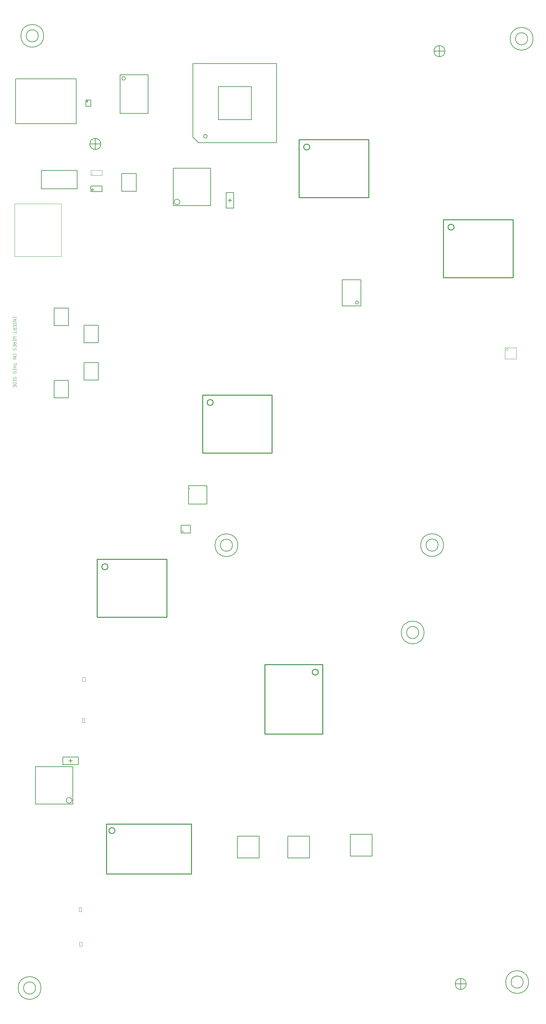
<source format=gm1>
G04*
G04 #@! TF.GenerationSoftware,Altium Limited,Altium Designer,22.11.1 (43)*
G04*
G04 Layer_Color=16711935*
%FSLAX44Y44*%
%MOMM*%
G71*
G04*
G04 #@! TF.SameCoordinates,53296E8D-2C6D-437B-9D4A-58ED0EF3D4B0*
G04*
G04*
G04 #@! TF.FilePolarity,Positive*
G04*
G01*
G75*
%ADD10C,0.2000*%
%ADD11C,0.2540*%
%ADD13C,0.2500*%
%ADD14C,0.1270*%
%ADD17C,0.1524*%
%ADD18C,0.1750*%
%ADD190C,0.1016*%
%ADD231C,0.1000*%
%ADD232C,0.0650*%
D10*
X605843Y2193225D02*
Y2198226D01*
X600843D02*
X605843D01*
X610843D01*
X605843D02*
Y2203228D01*
X595593Y2219476D02*
X616093D01*
X595593Y2176976D02*
Y2219476D01*
Y2176976D02*
X616093D01*
Y2219476D01*
X151343Y685139D02*
X193843D01*
Y664639D02*
Y685139D01*
X151343Y664639D02*
X193843D01*
X151343D02*
Y685139D01*
X167592Y674889D02*
X172593D01*
Y679889D01*
Y669889D02*
Y674889D01*
X177595D01*
D11*
X846242Y915676D02*
G03*
X846242Y915676I-8132J0D01*
G01*
X822912Y2342789D02*
G03*
X822912Y2342789I-8132J0D01*
G01*
X1215837Y2125093D02*
G03*
X1215837Y2125093I-8132J0D01*
G01*
X273673Y1202054D02*
G03*
X273673Y1202054I-8132J0D01*
G01*
X560205Y1648483D02*
G03*
X560205Y1648483I-8132J0D01*
G01*
X478196Y1298310D02*
G03*
X478196Y1298310I-790J0D01*
G01*
X292813Y485033D02*
G03*
X292813Y485033I-8132J0D01*
G01*
X700950Y936631D02*
X858430D01*
X700950Y747401D02*
Y936631D01*
Y747401D02*
X858430D01*
Y936631D01*
X793825Y2363109D02*
X983055D01*
Y2205629D02*
Y2363109D01*
X793825Y2205629D02*
X983055D01*
X793825D02*
Y2363109D01*
X1186750Y1987933D02*
Y2145413D01*
Y1987933D02*
X1375981D01*
Y2145413D01*
X1186750D02*
X1375981D01*
X244586Y1064894D02*
Y1222374D01*
Y1064894D02*
X433816D01*
Y1222374D01*
X244586D02*
X433816D01*
X531118Y1668803D02*
X720348D01*
Y1511323D02*
Y1668803D01*
X531118Y1511323D02*
X720348D01*
X531118D02*
Y1668803D01*
X269950Y367304D02*
Y503194D01*
X501090D01*
X269950Y367304D02*
X501090D01*
Y503194D01*
D13*
X232486Y2269100D02*
G03*
X232486Y2269100I-417J0D01*
G01*
D14*
X1172565Y1261027D02*
G03*
X1172565Y1261027I-16500J0D01*
G01*
X1187065D02*
G03*
X1187065Y1261027I-31000J0D01*
G01*
X1119640Y1023435D02*
G03*
X1119640Y1023435I-16500J0D01*
G01*
X1134140D02*
G03*
X1134140Y1023435I-31000J0D01*
G01*
X612803Y1260698D02*
G03*
X612803Y1260698I-16500J0D01*
G01*
X627303D02*
G03*
X627303Y1260698I-31000J0D01*
G01*
X955862Y1920176D02*
G03*
X955862Y1920176I-4243J0D01*
G01*
X77088Y57350D02*
G03*
X77088Y57350I-16500J0D01*
G01*
X91588D02*
G03*
X91588Y57350I-31000J0D01*
G01*
X1404052Y73434D02*
G03*
X1404052Y73434I-16500J0D01*
G01*
X1418552D02*
G03*
X1418552Y73434I-31000J0D01*
G01*
X1416040Y2637025D02*
G03*
X1416040Y2637025I-16500J0D01*
G01*
X1430540D02*
G03*
X1430540Y2637025I-31000J0D01*
G01*
X84520Y2645049D02*
G03*
X84520Y2645049I-16500J0D01*
G01*
X99020D02*
G03*
X99020Y2645049I-31000J0D01*
G01*
X234381Y2226612D02*
G03*
X234381Y2226612I-2470J0D01*
G01*
X544200Y2372169D02*
G03*
X544200Y2372169I-5000J0D01*
G01*
X1248880Y68354D02*
G03*
X1248880Y68354I-15000J0D01*
G01*
X254487Y2351209D02*
G03*
X254487Y2351209I-15000J0D01*
G01*
X1191020Y2603500D02*
G03*
X1191020Y2603500I-15000J0D01*
G01*
X219457Y2466741D02*
G03*
X219457Y2466741I-1832J0D01*
G01*
X321636Y2529550D02*
G03*
X321636Y2529550I-5006J0D01*
G01*
X625800Y410319D02*
X685800D01*
X625800Y470319D02*
X685800D01*
Y410319D02*
Y470319D01*
X625800Y410319D02*
Y470319D01*
X492910Y1372559D02*
Y1413809D01*
X495410Y1415059D01*
X492910Y1416309D02*
X495410Y1415059D01*
X492910Y1416309D02*
Y1422559D01*
X542910D01*
Y1372559D02*
Y1422559D01*
X492910Y1372559D02*
X542910D01*
X962020Y1910616D02*
Y1981736D01*
X911220Y1910616D02*
Y1981736D01*
X962020D01*
X911220Y1910616D02*
X962020D01*
X257736Y2221340D02*
Y2237341D01*
X227736Y2221340D02*
Y2237341D01*
X257736D01*
X227736Y2221340D02*
X257736D01*
X505400Y2569669D02*
X733000D01*
Y2354669D02*
Y2569669D01*
X505400Y2369669D02*
Y2569669D01*
Y2369669D02*
X520400Y2354669D01*
Y2354669D02*
X733000Y2354669D01*
X574200Y2507169D02*
X664200D01*
Y2417169D02*
Y2507169D01*
X574200Y2417169D02*
X664200D01*
X574200D02*
Y2507169D01*
X247740Y1811039D02*
Y1858539D01*
X208340Y1811039D02*
Y1858539D01*
X247740D01*
X208340Y1811039D02*
X247740D01*
X208340Y1709439D02*
Y1756939D01*
X247740Y1709439D02*
Y1756939D01*
X208340Y1709439D02*
X247740D01*
X208340Y1756939D02*
X247740D01*
X1218880Y68354D02*
X1248880D01*
X1233880Y53355D02*
Y83354D01*
X224487Y2351209D02*
X254487D01*
X239487Y2336209D02*
Y2366209D01*
X1161020Y2603500D02*
X1191020D01*
X1176020Y2588500D02*
Y2618500D01*
X22260Y2405999D02*
X187260D01*
Y2528499D01*
X22260D02*
X187260D01*
X22260Y2405999D02*
Y2528499D01*
X92364Y2279487D02*
X189900D01*
Y2229195D02*
Y2279487D01*
X92364Y2229195D02*
X189900D01*
X92364D02*
Y2279487D01*
X127060Y1708679D02*
X166460D01*
X127060Y1661179D02*
X166460D01*
Y1708679D01*
X127060Y1661179D02*
Y1708679D01*
X127060Y1857839D02*
X166460D01*
X127060Y1905339D02*
X166460D01*
X127060Y1857839D02*
Y1905339D01*
X166460Y1857839D02*
Y1905339D01*
X213920Y2453669D02*
X226920D01*
X213920Y2470669D02*
X226920D01*
Y2453669D02*
Y2470669D01*
X213920Y2453669D02*
Y2470669D01*
X311480Y2222956D02*
X350880D01*
X311480Y2270456D02*
X350880D01*
X311480Y2222956D02*
Y2270456D01*
X350880Y2222956D02*
Y2270456D01*
X306880Y2539050D02*
X382880D01*
Y2434050D02*
Y2539050D01*
X306880Y2434050D02*
X382880D01*
X306880D02*
Y2539050D01*
X762960Y410319D02*
Y470319D01*
X822960Y410319D02*
Y470319D01*
X762960D02*
X822960D01*
X762960Y410319D02*
X822960D01*
X933140Y415409D02*
X993140D01*
X933140Y475409D02*
X993140D01*
Y415409D02*
Y475409D01*
X933140Y415409D02*
Y475409D01*
D17*
X472906Y1314560D02*
X498405D01*
X472906Y1294060D02*
X498405D01*
Y1314560D01*
X472906Y1294060D02*
Y1314560D01*
D18*
X469340Y2193592D02*
G03*
X469340Y2193592I-7620J0D01*
G01*
X175760Y567329D02*
G03*
X175760Y567329I-7620J0D01*
G01*
X451560Y2285032D02*
X553160D01*
Y2183432D02*
Y2285032D01*
X451560Y2183432D02*
X553160D01*
X451560D02*
Y2285032D01*
X76700Y557169D02*
Y658769D01*
X178300D01*
Y557169D02*
Y658769D01*
X76700Y557169D02*
X178300D01*
D190*
X24017Y1881589D02*
Y1878923D01*
Y1880256D01*
X16020D01*
Y1881589D01*
Y1878923D01*
Y1874924D02*
X24017D01*
X16020Y1869593D01*
X24017D01*
X22684Y1861595D02*
X24017Y1862928D01*
Y1865594D01*
X22684Y1866927D01*
X21351D01*
X20018Y1865594D01*
Y1862928D01*
X18685Y1861595D01*
X17352D01*
X16020Y1862928D01*
Y1865594D01*
X17352Y1866927D01*
X24017Y1853598D02*
Y1858929D01*
X16020D01*
Y1853598D01*
X20018Y1858929D02*
Y1856263D01*
X16020Y1850932D02*
X24017D01*
Y1846933D01*
X22684Y1845600D01*
X20018D01*
X18685Y1846933D01*
Y1850932D01*
Y1848266D02*
X16020Y1845600D01*
X24017Y1842935D02*
Y1837603D01*
Y1840269D01*
X16020D01*
X24017Y1826940D02*
X16020D01*
X18685Y1824274D01*
X16020Y1821608D01*
X24017D01*
Y1818942D02*
Y1816277D01*
Y1817609D01*
X16020D01*
Y1818942D01*
Y1816277D01*
Y1812278D02*
X24017D01*
Y1808279D01*
X22684Y1806946D01*
X20018D01*
X18685Y1808279D01*
Y1812278D01*
Y1809612D02*
X16020Y1806946D01*
X24017Y1798949D02*
Y1804280D01*
X16020D01*
Y1798949D01*
X20018Y1804280D02*
Y1801615D01*
X22684Y1790951D02*
X24017Y1792284D01*
Y1794950D01*
X22684Y1796283D01*
X21351D01*
X20018Y1794950D01*
Y1792284D01*
X18685Y1790951D01*
X17352D01*
X16020Y1792284D01*
Y1794950D01*
X17352Y1796283D01*
X24017Y1776289D02*
Y1778955D01*
X22684Y1780288D01*
X17352D01*
X16020Y1778955D01*
Y1776289D01*
X17352Y1774956D01*
X22684D01*
X24017Y1776289D01*
X16020Y1772291D02*
X24017D01*
X16020Y1766959D01*
X24017D01*
Y1756296D02*
Y1750964D01*
Y1753630D01*
X16020D01*
X24017Y1748298D02*
X16020D01*
X20018D01*
Y1742967D01*
X24017D01*
X16020D01*
X24017Y1740301D02*
Y1737635D01*
Y1738968D01*
X16020D01*
Y1740301D01*
Y1737635D01*
X22684Y1728305D02*
X24017Y1729638D01*
Y1732303D01*
X22684Y1733636D01*
X21351D01*
X20018Y1732303D01*
Y1729638D01*
X18685Y1728305D01*
X17352D01*
X16020Y1729638D01*
Y1732303D01*
X17352Y1733636D01*
X22684Y1712310D02*
X24017Y1713643D01*
Y1716309D01*
X22684Y1717642D01*
X21351D01*
X20018Y1716309D01*
Y1713643D01*
X18685Y1712310D01*
X17352D01*
X16020Y1713643D01*
Y1716309D01*
X17352Y1717642D01*
X24017Y1709644D02*
Y1706978D01*
Y1708311D01*
X16020D01*
Y1709644D01*
Y1706978D01*
X24017Y1702980D02*
X16020D01*
Y1698981D01*
X17352Y1697648D01*
X22684D01*
X24017Y1698981D01*
Y1702980D01*
Y1689651D02*
Y1694982D01*
X16020D01*
Y1689651D01*
X20018Y1694982D02*
Y1692316D01*
D231*
X1363004Y1792371D02*
G03*
X1363004Y1792371I-3000J0D01*
G01*
X1354504Y1766871D02*
Y1797871D01*
X1385504Y1766871D02*
Y1797871D01*
X1354504D02*
X1385504D01*
X1354504Y1766871D02*
X1385504D01*
X227537Y2265656D02*
X257937D01*
X227537Y2279656D02*
X257937D01*
X227537Y2265656D02*
Y2279656D01*
X257937Y2265656D02*
Y2279656D01*
X19760Y2045609D02*
X146760D01*
Y2189119D01*
X19760Y2045609D02*
Y2189119D01*
X146760D01*
D232*
X202253Y265409D02*
Y276409D01*
X195253Y265409D02*
Y276409D01*
X202253D01*
X195253Y265409D02*
X202253D01*
X203253Y170811D02*
Y181811D01*
X196253Y170811D02*
Y181811D01*
X203253D01*
X196253Y170811D02*
X203253D01*
X203758Y779287D02*
X210758D01*
X203758Y790287D02*
X210758D01*
X203758Y779287D02*
Y790287D01*
X210758Y779287D02*
Y790287D01*
X204758Y891047D02*
X211758D01*
X204758Y902047D02*
X211758D01*
X204758Y891047D02*
Y902047D01*
X211758Y891047D02*
Y902047D01*
M02*

</source>
